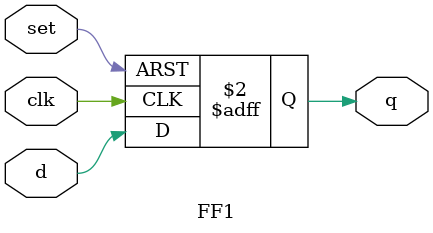
<source format=v>
module FF1(d,clk,set,q);
input d,clk,set;
output reg q;
always @(posedge clk or posedge set) begin
	if(set)
        q<=1;
    else 
        q<=d;
end
endmodule
</source>
